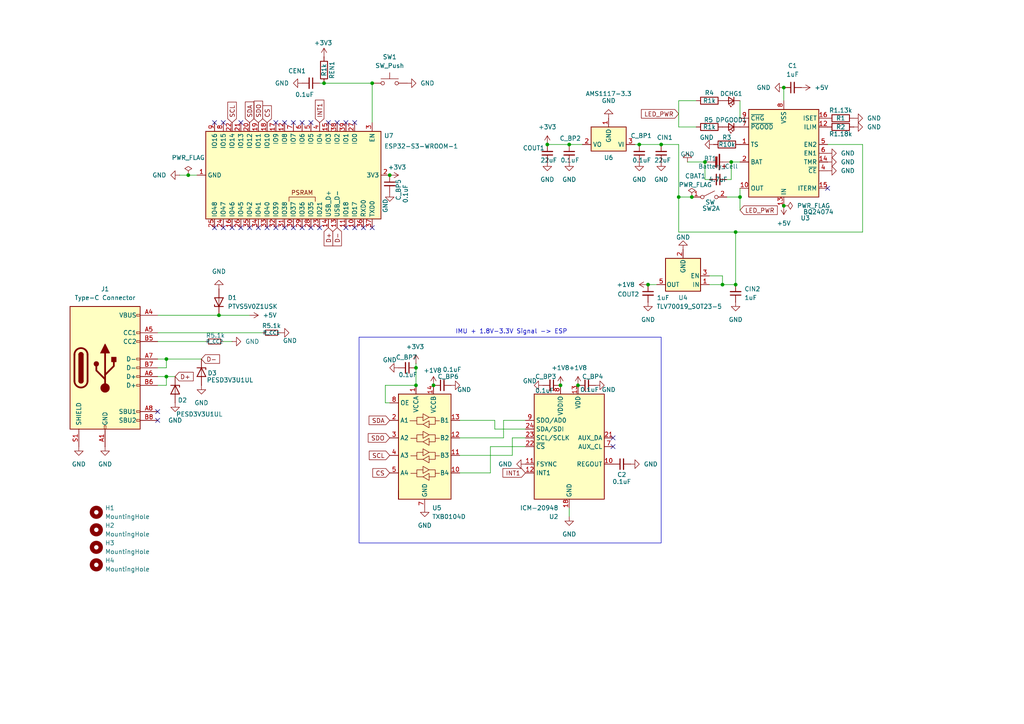
<source format=kicad_sch>
(kicad_sch (version 20250114) (generator "eeschema") (generator_version "9.0")
  (paper "A4")
  (lib_symbols
    (symbol "Battery_Management:BQ24074RGT"
      (property "Reference" "U" (at -8.89 13.97 0))
      (property "Value" "BQ24074RGT" (at 16.51 13.97 0))
      (symbol "BQ24074RGT_1_1"
        (pin input line (at -12.7 10.16 0) (length 2.54) (name "ITERM") (number "15"))
        (pin input line (at -12.7 5.08 0) (length 2.54) (name "~{CE}") (number "4"))
        (pin input line (at -12.7 2.54 0) (length 2.54) (name "TMR") (number "14"))
        (pin input line (at -12.7 0 0) (length 2.54) (name "EN1") (number "6"))
        (pin input line (at -12.7 -2.54 0) (length 2.54) (name "EN2") (number "5"))
        (pin passive line (at -12.7 -7.62 0) (length 2.54) (name "ILIM") (number "12"))
        (pin passive line (at -12.7 -10.16 0) (length 2.54) (name "ISET") (number "16"))
        (pin power_in line (at 0 15.24 270) (length 2.54) (name "IN") (number "13"))
        (pin passive line (at 0 -15.24 90) (length 2.54) (hide yes) (name "VSS") (number "17"))
        (pin power_in line (at 0 -15.24 90) (length 2.54) (name "VSS") (number "8"))
        (pin power_out line (at 12.7 10.16 180) (length 2.54) (name "OUT") (number "10"))
        (pin passive line (at 12.7 10.16 180) (length 2.54) (hide yes) (name "OUT") (number "11"))
        (pin power_out line (at 12.7 2.54 180) (length 2.54) (name "BAT") (number "2"))
        (pin passive line (at 12.7 2.54 180) (length 2.54) (hide yes) (name "BAT") (number "3"))
        (pin passive line (at 12.7 -2.54 180) (length 2.54) (name "TS") (number "1"))
        (pin open_collector line (at 12.7 -7.62 180) (length 2.54) (name "~{PGOOD}") (number "7"))
        (pin open_collector line (at 12.7 -10.16 180) (length 2.54) (name "~{CHG}") (number "9"))
      )
    )
    (symbol "Connector:USB_C_Receptacle_USB2.0_16P" (pin_names (offset 1.016))
      (property "Reference" "J" (at 0 22.225 0))
      (property "Value" "USB_C_Receptacle_USB2.0_16P" (at 0 19.685 0))
      (symbol "USB_C_Receptacle_USB2.0_16P_1_1"
        (pin passive line (at -7.62 -22.86 90) (length 5.08) (name "SHIELD") (number "S1"))
        (pin passive line (at 0 -22.86 90) (length 5.08) (name "GND") (number "A1"))
        (pin passive line (at 0 -22.86 90) (length 5.08) (hide yes) (name "GND") (number "A12"))
        (pin passive line (at 0 -22.86 90) (length 5.08) (hide yes) (name "GND") (number "B1"))
        (pin passive line (at 0 -22.86 90) (length 5.08) (hide yes) (name "GND") (number "B12"))
        (pin passive line (at 15.24 15.24 180) (length 5.08) (name "VBUS") (number "A4"))
        (pin passive line (at 15.24 15.24 180) (length 5.08) (hide yes) (name "VBUS") (number "A9"))
        (pin passive line (at 15.24 15.24 180) (length 5.08) (hide yes) (name "VBUS") (number "B4"))
        (pin passive line (at 15.24 15.24 180) (length 5.08) (hide yes) (name "VBUS") (number "B9"))
        (pin bidirectional line (at 15.24 10.16 180) (length 5.08) (name "CC1") (number "A5"))
        (pin bidirectional line (at 15.24 7.62 180) (length 5.08) (name "CC2") (number "B5"))
        (pin bidirectional line (at 15.24 2.54 180) (length 5.08) (name "D-") (number "A7"))
        (pin bidirectional line (at 15.24 0 180) (length 5.08) (name "D-") (number "B7"))
        (pin bidirectional line (at 15.24 -2.54 180) (length 5.08) (name "D+") (number "A6"))
        (pin bidirectional line (at 15.24 -5.08 180) (length 5.08) (name "D+") (number "B6"))
        (pin bidirectional line (at 15.24 -12.7 180) (length 5.08) (name "SBU1") (number "A8"))
        (pin bidirectional line (at 15.24 -15.24 180) (length 5.08) (name "SBU2") (number "B8"))
      )
    )
    (symbol "Device:Battery_Cell" (pin_numbers (hide yes)) (pin_names (offset 0) (hide yes))
      (property "Reference" "BT" (at 2.54 2.54 0))
      (property "Value" "Battery_Cell" (at 2.54 0 0))
      (symbol "Battery_Cell_1_1"
        (pin passive line (at 0 5.08 270) (length 2.54) (name "+") (number "1"))
        (pin passive line (at 0 -2.54 90) (length 2.54) (name "-") (number "2"))
      )
    )
    (symbol "Device:C_Small" (pin_numbers (hide yes)) (pin_names (offset 0.254) (hide yes))
      (property "Reference" "C" (at 0.254 1.778 0))
      (property "Value" "C_Small" (at 0.254 -2.032 0))
      (symbol "C_Small_1_1"
        (pin passive line (at 0 2.54 270) (length 2.032) (name "~") (number "1"))
        (pin passive line (at 0 -2.54 90) (length 2.032) (name "~") (number "2"))
      )
    )
    (symbol "Device:LED_Small" (pin_numbers (hide yes)) (pin_names (offset 0.254) (hide yes))
      (property "Reference" "D" (at -1.27 3.175 0))
      (property "Value" "LED_Small" (at -4.445 -2.54 0))
      (symbol "LED_Small_1_1"
        (pin passive line (at -2.54 0 0) (length 1.778) (name "K") (number "1"))
        (pin passive line (at 2.54 0 180) (length 1.778) (name "A") (number "2"))
      )
    )
    (symbol "Device:R" (pin_numbers (hide yes)) (pin_names (offset 0))
      (property "Reference" "R" (at 2.032 0 90))
      (property "Value" "R" (at 0 0 90))
      (symbol "R_1_1"
        (pin passive line (at 0 3.81 270) (length 1.27) (name "~") (number "1"))
        (pin passive line (at 0 -3.81 90) (length 1.27) (name "~") (number "2"))
      )
    )
    (symbol "Device:R_Small" (pin_numbers (hide yes)) (pin_names (offset 0.254) (hide yes))
      (property "Reference" "R" (at 0 0 90))
      (property "Value" "R_Small" (at 1.778 0 90))
      (symbol "R_Small_1_1"
        (pin passive line (at 0 2.54 270) (length 0.762) (name "~") (number "1"))
        (pin passive line (at 0 -2.54 90) (length 0.762) (name "~") (number "2"))
      )
    )
    (symbol "Diode:PESD3V3U1UL" (pin_numbers (hide yes)) (pin_names (hide yes))
      (property "Reference" "D" (at 0 2.54 0))
      (property "Value" "PESD3V3U1UL" (at 0 -2.54 0))
      (symbol "PESD3V3U1UL_1_1"
        (pin passive line (at -3.81 0 0) (length 2.54) (name "K") (number "1"))
        (pin passive line (at 3.81 0 180) (length 2.54) (name "A") (number "2"))
      )
    )
    (symbol "Diode:PTVS5V0Z1USK" (pin_numbers (hide yes)) (pin_names (hide yes))
      (property "Reference" "D" (at 0 2.54 0))
      (property "Value" "PTVS5V0Z1USK" (at 0 -2.54 0))
      (symbol "PTVS5V0Z1USK_1_1"
        (pin passive line (at -3.81 0 0) (length 2.54) (name "K") (number "1"))
        (pin passive line (at 3.81 0 180) (length 2.54) (name "A") (number "2"))
      )
    )
    (symbol "Logic_LevelTranslator:TXB0104D"
      (property "Reference" "U" (at -6.35 16.51 0))
      (property "Value" "TXB0104D" (at 3.81 16.51 0))
      (symbol "TXB0104D_1_1"
        (pin input line (at -10.16 12.7 0) (length 2.54) (name "OE") (number "8"))
        (pin bidirectional line (at -10.16 7.62 0) (length 2.54) (name "A1") (number "2"))
        (pin bidirectional line (at -10.16 2.54 0) (length 2.54) (name "A2") (number "3"))
        (pin bidirectional line (at -10.16 -2.54 0) (length 2.54) (name "A3") (number "4"))
        (pin bidirectional line (at -10.16 -7.62 0) (length 2.54) (name "A4") (number "5"))
        (pin no_connect line (at -7.62 -12.7 0) (length 2.54) (hide yes) (name "NC") (number "6"))
        (pin power_in line (at -2.54 17.78 270) (length 2.54) (name "VCCA") (number "1"))
        (pin power_in line (at 0 -17.78 90) (length 2.54) (name "GND") (number "7"))
        (pin power_in line (at 2.54 17.78 270) (length 2.54) (name "VCCB") (number "14"))
        (pin no_connect line (at 7.62 -12.7 180) (length 2.54) (hide yes) (name "NC") (number "9"))
        (pin bidirectional line (at 10.16 7.62 180) (length 2.54) (name "B1") (number "13"))
        (pin bidirectional line (at 10.16 2.54 180) (length 2.54) (name "B2") (number "12"))
        (pin bidirectional line (at 10.16 -2.54 180) (length 2.54) (name "B3") (number "11"))
        (pin bidirectional line (at 10.16 -7.62 180) (length 2.54) (name "B4") (number "10"))
      )
    )
    (symbol "Mechanical:MountingHole" (pin_names (offset 1.016)) (in_bom no)
      (property "Reference" "H" (at 0 5.08 0))
      (property "Value" "MountingHole" (at 0 3.175 0))
    )
    (symbol "RF_Module:ESP32-S3-WROOM-1"
      (property "Reference" "U" (at -12.7 26.67 0))
      (property "Value" "ESP32-S3-WROOM-1" (at 12.7 26.67 0))
      (symbol "ESP32-S3-WROOM-1_0_0"
        (text "PSRAM" (at 5.08 2.54 900) (effects (font (size 1.27 1.27))))
      )
      (symbol "ESP32-S3-WROOM-1_1_1"
        (pin input line (at -15.24 22.86 0) (length 2.54) (name "EN") (number "3"))
        (pin bidirectional line (at -15.24 17.78 0) (length 2.54) (name "IO0") (number "27"))
        (pin bidirectional line (at -15.24 15.24 0) (length 2.54) (name "IO1") (number "39"))
        (pin bidirectional line (at -15.24 12.7 0) (length 2.54) (name "IO2") (number "38"))
        (pin bidirectional line (at -15.24 10.16 0) (length 2.54) (name "IO3") (number "15"))
        (pin bidirectional line (at -15.24 7.62 0) (length 2.54) (name "IO4") (number "4"))
        (pin bidirectional line (at -15.24 5.08 0) (length 2.54) (name "IO5") (number "5"))
        (pin bidirectional line (at -15.24 2.54 0) (length 2.54) (name "IO6") (number "6"))
        (pin bidirectional line (at -15.24 0 0) (length 2.54) (name "IO7") (number "7"))
        (pin bidirectional line (at -15.24 -2.54 0) (length 2.54) (name "IO8") (number "12"))
        (pin bidirectional line (at -15.24 -5.08 0) (length 2.54) (name "IO9") (number "17"))
        (pin bidirectional line (at -15.24 -7.62 0) (length 2.54) (name "IO10") (number "18"))
        (pin bidirectional line (at -15.24 -10.16 0) (length 2.54) (name "IO11") (number "19"))
        (pin bidirectional line (at -15.24 -12.7 0) (length 2.54) (name "IO12") (number "20"))
        (pin bidirectional line (at -15.24 -15.24 0) (length 2.54) (name "IO13") (number "21"))
        (pin bidirectional line (at -15.24 -17.78 0) (length 2.54) (name "IO14") (number "22"))
        (pin bidirectional line (at -15.24 -20.32 0) (length 2.54) (name "IO15") (number "8"))
        (pin bidirectional line (at -15.24 -22.86 0) (length 2.54) (name "IO16") (number "9"))
        (pin power_in line (at 0 27.94 270) (length 2.54) (name "3V3") (number "2"))
        (pin power_in line (at 0 -27.94 90) (length 2.54) (name "GND") (number "1"))
        (pin passive line (at 0 -27.94 90) (length 2.54) (hide yes) (name "GND") (number "40"))
        (pin passive line (at 0 -27.94 90) (length 2.54) (hide yes) (name "GND") (number "41"))
        (pin bidirectional line (at 15.24 22.86 180) (length 2.54) (name "TXD0") (number "37"))
        (pin bidirectional line (at 15.24 20.32 180) (length 2.54) (name "RXD0") (number "36"))
        (pin bidirectional line (at 15.24 17.78 180) (length 2.54) (name "IO17") (number "10"))
        (pin bidirectional line (at 15.24 15.24 180) (length 2.54) (name "IO18") (number "11"))
        (pin bidirectional line (at 15.24 12.7 180) (length 2.54) (name "USB_D-") (number "13"))
        (pin bidirectional line (at 15.24 10.16 180) (length 2.54) (name "USB_D+") (number "14"))
        (pin bidirectional line (at 15.24 7.62 180) (length 2.54) (name "IO21") (number "23"))
        (pin bidirectional line (at 15.24 5.08 180) (length 2.54) (name "IO35") (number "28"))
        (pin bidirectional line (at 15.24 2.54 180) (length 2.54) (name "IO36") (number "29"))
        (pin bidirectional line (at 15.24 0 180) (length 2.54) (name "IO37") (number "30"))
        (pin bidirectional line (at 15.24 -2.54 180) (length 2.54) (name "IO38") (number "31"))
        (pin bidirectional line (at 15.24 -5.08 180) (length 2.54) (name "IO39") (number "32"))
        (pin bidirectional line (at 15.24 -7.62 180) (length 2.54) (name "IO40") (number "33"))
        (pin bidirectional line (at 15.24 -10.16 180) (length 2.54) (name "IO41") (number "34"))
        (pin bidirectional line (at 15.24 -12.7 180) (length 2.54) (name "IO42") (number "35"))
        (pin bidirectional line (at 15.24 -15.24 180) (length 2.54) (name "IO45") (number "26"))
        (pin bidirectional line (at 15.24 -17.78 180) (length 2.54) (name "IO46") (number "16"))
        (pin bidirectional line (at 15.24 -20.32 180) (length 2.54) (name "IO47") (number "24"))
        (pin bidirectional line (at 15.24 -22.86 180) (length 2.54) (name "IO48") (number "25"))
      )
    )
    (symbol "Regulator_Linear:AMS1117-3.3"
      (property "Reference" "U" (at -3.81 3.175 0))
      (property "Value" "AMS1117-3.3" (at 0 3.175 0))
      (symbol "AMS1117-3.3_1_1"
        (pin power_in line (at -7.62 0 0) (length 2.54) (name "VI") (number "3"))
        (pin power_in line (at 0 -7.62 90) (length 2.54) (name "GND") (number "1"))
        (pin power_out line (at 7.62 0 180) (length 2.54) (name "VO") (number "2"))
      )
    )
    (symbol "Regulator_Linear:TLV70019_SOT23-5" (pin_names (offset 0.254))
      (property "Reference" "U" (at -3.81 5.715 0))
      (property "Value" "TLV70019_SOT23-5" (at 0 5.715 0))
      (symbol "TLV70019_SOT23-5_1_1"
        (pin power_in line (at -7.62 2.54 0) (length 2.54) (name "IN") (number "1"))
        (pin input line (at -7.62 0 0) (length 2.54) (name "EN") (number "3"))
        (pin power_in line (at 0 -7.62 90) (length 2.54) (name "GND") (number "2"))
        (pin no_connect line (at 5.08 0 180) (length 2.54) (hide yes) (name "NC") (number "4"))
        (pin power_out line (at 7.62 2.54 180) (length 2.54) (name "OUT") (number "5"))
      )
    )
    (symbol "Sensor_Motion:ICM-20948"
      (property "Reference" "U" (at -11.43 16.51 0))
      (property "Value" "ICM-20948" (at 7.62 -16.51 0))
      (symbol "ICM-20948_1_1"
        (pin bidirectional line (at -12.7 7.62 0) (length 2.54) (name "SDO/AD0") (number "9"))
        (pin bidirectional line (at -12.7 5.08 0) (length 2.54) (name "SDA/SDI") (number "24"))
        (pin input line (at -12.7 2.54 0) (length 2.54) (name "SCL/SCLK") (number "23"))
        (pin input line (at -12.7 0 0) (length 2.54) (name "~{CS}") (number "22"))
        (pin input line (at -12.7 -5.08 0) (length 2.54) (name "FSYNC") (number "11"))
        (pin output line (at -12.7 -7.62 0) (length 2.54) (name "INT1") (number "12"))
        (pin no_connect line (at -10.16 12.7 0) (length 2.54) (hide yes) (name "NC") (number "1"))
        (pin no_connect line (at -10.16 10.16 0) (length 2.54) (hide yes) (name "NC") (number "2"))
        (pin no_connect line (at -10.16 -2.54 0) (length 2.54) (hide yes) (name "NC") (number "3"))
        (pin no_connect line (at -10.16 -10.16 0) (length 2.54) (hide yes) (name "NC") (number "4"))
        (pin no_connect line (at -10.16 -12.7 0) (length 2.54) (hide yes) (name "NC") (number "5"))
        (pin power_in line (at -2.54 17.78 270) (length 2.54) (name "VDDIO") (number "8"))
        (pin power_in line (at 0 -17.78 90) (length 2.54) (name "GND") (number "18"))
        (pin passive line (at 0 -17.78 90) (length 2.54) (hide yes) (name "GND") (number "20"))
        (pin power_in line (at 2.54 17.78 270) (length 2.54) (name "VDD") (number "13"))
        (pin no_connect line (at 10.16 10.16 180) (length 2.54) (hide yes) (name "NC") (number "6"))
        (pin no_connect line (at 10.16 7.62 180) (length 2.54) (hide yes) (name "NC") (number "14"))
        (pin no_connect line (at 10.16 5.08 180) (length 2.54) (hide yes) (name "NC") (number "15"))
        (pin no_connect line (at 10.16 -7.62 180) (length 2.54) (hide yes) (name "NC") (number "16"))
        (pin no_connect line (at 10.16 -10.16 180) (length 2.54) (hide yes) (name "NC") (number "17"))
        (pin no_connect line (at 10.16 -12.7 180) (length 2.54) (hide yes) (name "RESV") (number "19"))
        (pin bidirectional line (at 12.7 2.54 180) (length 2.54) (name "AUX_DA") (number "21"))
        (pin output line (at 12.7 0 180) (length 2.54) (name "AUX_CL") (number "7"))
        (pin passive line (at 12.7 -5.08 180) (length 2.54) (name "REGOUT") (number "10"))
      )
    )
    (symbol "Switch:SW_DPST_x2" (pin_names (offset 0) (hide yes))
      (property "Reference" "SW" (at 0 3.175 0))
      (property "Value" "SW_DPST_x2" (at 0 -2.54 0))
      (symbol "SW_DPST_x2_1_1"
        (pin passive line (at -5.08 0 0) (length 2.54) (name "A") (number "1"))
        (pin passive line (at 5.08 0 180) (length 2.54) (name "B") (number "2"))
      )
      (symbol "SW_DPST_x2_2_1"
        (pin passive line (at -5.08 0 0) (length 2.54) (name "A") (number "3"))
        (pin passive line (at 5.08 0 180) (length 2.54) (name "B") (number "4"))
      )
    )
    (symbol "Switch:SW_Push" (pin_numbers (hide yes)) (pin_names (offset 1.016) (hide yes))
      (property "Reference" "SW" (at 1.27 2.54 0))
      (property "Value" "SW_Push" (at 0 -1.524 0))
      (symbol "SW_Push_0_1"
        (pin passive line (at -5.08 0 0) (length 2.54) (name "1") (number "1"))
        (pin passive line (at 5.08 0 180) (length 2.54) (name "2") (number "2"))
      )
    )
    (symbol "power:+1V8" (power) (pin_numbers (hide yes)) (pin_names (offset 0) (hide yes))
      (property "Value" "+1V8" (at 0 3.556 0))
      (symbol "+1V8_1_1"
        (pin power_in line (at 0 0 90) (length 0) (name "~") (number "1"))
      )
    )
    (symbol "power:+3V3" (power) (pin_numbers (hide yes)) (pin_names (offset 0) (hide yes))
      (property "Value" "+3V3" (at 0 3.556 0))
      (symbol "+3V3_1_1"
        (pin power_in line (at 0 0 90) (length 0) (name "~") (number "1"))
      )
    )
    (symbol "power:+5V" (power) (pin_numbers (hide yes)) (pin_names (offset 0) (hide yes))
      (property "Value" "+5V" (at 0 3.556 0))
      (symbol "+5V_1_1"
        (pin power_in line (at 0 0 90) (length 0) (name "~") (number "1"))
      )
    )
    (symbol "power:GND" (power) (pin_numbers (hide yes)) (pin_names (offset 0) (hide yes))
      (property "Value" "GND" (at 0 -3.81 0))
      (symbol "GND_1_1"
        (pin power_in line (at 0 0 270) (length 0) (name "~") (number "1"))
      )
    )
    (symbol "power:PWR_FLAG" (power) (pin_numbers (hide yes)) (pin_names (offset 0) (hide yes))
      (property "Value" "PWR_FLAG" (at 0 3.81 0))
      (symbol "PWR_FLAG_0_0"
        (pin power_out line (at 0 0 90) (length 0) (name "~") (number "1"))
      )
    )
  )
  (rectangle (start 104.14 97.79) (end 191.77 157.48))
  (text "IMU + 1.8V-3.3V Signal -> ESP" (at 148.336 96.266 0) (effects (font (size 1.27 1.27))))
  (junction (at 165.1 41.91))
  (junction (at 48.26 104.14))
  (junction (at 213.36 67.31))
  (junction (at 187.96 82.55))
  (junction (at 196.85 57.15))
  (junction (at 120.65 111.76))
  (junction (at 212.09 46.99))
  (junction (at 200.66 57.15))
  (junction (at 209.55 82.55))
  (junction (at 125.73 111.76))
  (junction (at 213.36 82.55))
  (junction (at 158.75 41.91))
  (junction (at 107.95 24.13))
  (junction (at 120.65 106.68))
  (junction (at 113.03 50.8))
  (junction (at 167.64 111.76))
  (junction (at 54.61 50.8))
  (junction (at 93.98 24.13))
  (junction (at 185.42 41.91))
  (junction (at 214.63 57.15))
  (junction (at 63.5 91.44))
  (junction (at 191.77 41.91))
  (junction (at 162.56 111.76))
  (junction (at 227.33 59.69))
  (junction (at 204.47 46.99))
  (junction (at 227.33 25.4))
  (junction (at 48.26 109.22))
  (no_connect (at 107.95 66.04))
  (no_connect (at 177.8 127))
  (no_connect (at 72.39 66.04))
  (no_connect (at 69.85 66.04))
  (no_connect (at 105.41 66.04))
  (no_connect (at 62.23 66.04))
  (no_connect (at 102.87 66.04))
  (no_connect (at 45.72 121.92))
  (no_connect (at 95.25 35.56))
  (no_connect (at 45.72 119.38))
  (no_connect (at 100.33 66.04))
  (no_connect (at 92.71 66.04))
  (no_connect (at 87.63 66.04))
  (no_connect (at 90.17 35.56))
  (no_connect (at 80.01 66.04))
  (no_connect (at 64.77 66.04))
  (no_connect (at 240.03 54.61))
  (no_connect (at 87.63 35.56))
  (no_connect (at 64.77 35.56))
  (no_connect (at 97.79 35.56))
  (no_connect (at 90.17 66.04))
  (no_connect (at 85.09 66.04))
  (no_connect (at 80.01 35.56))
  (no_connect (at 67.31 66.04))
  (no_connect (at 77.47 66.04))
  (no_connect (at 82.55 35.56))
  (no_connect (at 74.93 66.04))
  (no_connect (at 102.87 35.56))
  (no_connect (at 62.23 35.56))
  (no_connect (at 82.55 66.04))
  (no_connect (at 100.33 35.56))
  (no_connect (at 69.85 35.56))
  (no_connect (at 85.09 35.56))
  (no_connect (at 177.8 129.54))
  (wire (pts (xy 196.85 67.31) (xy 213.36 67.31)))
  (wire (pts (xy 143.51 121.92) (xy 133.35 121.92)))
  (wire (pts (xy 146.05 127) (xy 133.35 127)))
  (wire (pts (xy 142.24 129.54) (xy 142.24 137.16)))
  (wire (pts (xy 111.76 111.76) (xy 120.65 111.76)))
  (wire (pts (xy 212.09 46.99) (xy 214.63 46.99)))
  (wire (pts (xy 214.63 57.15) (xy 214.63 54.61)))
  (wire (pts (xy 148.59 132.08) (xy 133.35 132.08)))
  (wire (pts (xy 214.63 29.21) (xy 214.63 34.29)))
  (wire (pts (xy 165.1 147.32) (xy 165.1 149.86)))
  (wire (pts (xy 205.74 80.01) (xy 209.55 80.01)))
  (wire (pts (xy 45.72 91.44) (xy 63.5 91.44)))
  (wire (pts (xy 196.85 36.83) (xy 201.93 36.83)))
  (wire (pts (xy 204.47 52.07) (xy 204.47 46.99)))
  (wire (pts (xy 227.33 25.4) (xy 227.33 29.21)))
  (wire (pts (xy 52.07 50.8) (xy 54.61 50.8)))
  (wire (pts (xy 45.72 106.68) (xy 48.26 106.68)))
  (wire (pts (xy 240.03 41.91) (xy 250.19 41.91)))
  (wire (pts (xy 146.05 121.92) (xy 152.4 121.92)))
  (wire (pts (xy 196.85 41.91) (xy 191.77 41.91)))
  (wire (pts (xy 92.71 24.13) (xy 93.98 24.13)))
  (wire (pts (xy 213.36 67.31) (xy 213.36 82.55)))
  (wire (pts (xy 185.42 41.91) (xy 184.15 41.91)))
  (wire (pts (xy 196.85 36.83) (xy 196.85 29.21)))
  (wire (pts (xy 205.74 82.55) (xy 209.55 82.55)))
  (wire (pts (xy 120.65 105.41) (xy 120.65 106.68)))
  (wire (pts (xy 212.09 52.07) (xy 212.09 46.99)))
  (wire (pts (xy 250.19 67.31) (xy 213.36 67.31)))
  (wire (pts (xy 48.26 104.14) (xy 58.42 104.14)))
  (wire (pts (xy 48.26 109.22) (xy 50.8 109.22)))
  (wire (pts (xy 48.26 111.76) (xy 48.26 109.22)))
  (wire (pts (xy 214.63 57.15) (xy 214.63 60.96)))
  (wire (pts (xy 107.95 24.13) (xy 107.95 35.56)))
  (wire (pts (xy 212.09 52.07) (xy 210.82 52.07)))
  (wire (pts (xy 209.55 80.01) (xy 209.55 82.55)))
  (wire (pts (xy 250.19 41.91) (xy 250.19 67.31)))
  (wire (pts (xy 191.77 41.91) (xy 185.42 41.91)))
  (wire (pts (xy 45.72 111.76) (xy 48.26 111.76)))
  (wire (pts (xy 152.4 124.46) (xy 143.51 124.46)))
  (wire (pts (xy 45.72 99.06) (xy 59.69 99.06)))
  (wire (pts (xy 93.98 24.13) (xy 107.95 24.13)))
  (wire (pts (xy 45.72 109.22) (xy 48.26 109.22)))
  (wire (pts (xy 142.24 137.16) (xy 133.35 137.16)))
  (wire (pts (xy 210.82 57.15) (xy 214.63 57.15)))
  (wire (pts (xy 45.72 104.14) (xy 48.26 104.14)))
  (wire (pts (xy 204.47 52.07) (xy 205.74 52.07)))
  (wire (pts (xy 196.85 29.21) (xy 201.93 29.21)))
  (wire (pts (xy 158.75 41.91) (xy 165.1 41.91)))
  (wire (pts (xy 148.59 127) (xy 152.4 127)))
  (wire (pts (xy 148.59 127) (xy 148.59 132.08)))
  (wire (pts (xy 54.61 50.8) (xy 57.15 50.8)))
  (wire (pts (xy 111.76 116.84) (xy 111.76 111.76)))
  (wire (pts (xy 152.4 129.54) (xy 142.24 129.54)))
  (wire (pts (xy 67.31 99.06) (xy 64.77 99.06)))
  (wire (pts (xy 45.72 96.52) (xy 76.2 96.52)))
  (wire (pts (xy 204.47 46.99) (xy 199.39 46.99)))
  (wire (pts (xy 196.85 41.91) (xy 196.85 57.15)))
  (wire (pts (xy 146.05 121.92) (xy 146.05 127)))
  (wire (pts (xy 143.51 124.46) (xy 143.51 121.92)))
  (wire (pts (xy 48.26 106.68) (xy 48.26 104.14)))
  (wire (pts (xy 120.65 106.68) (xy 120.65 111.76)))
  (wire (pts (xy 187.96 82.55) (xy 190.5 82.55)))
  (wire (pts (xy 196.85 57.15) (xy 200.66 57.15)))
  (wire (pts (xy 113.03 116.84) (xy 111.76 116.84)))
  (wire (pts (xy 209.55 82.55) (xy 213.36 82.55)))
  (wire (pts (xy 196.85 57.15) (xy 196.85 67.31)))
  (wire (pts (xy 168.91 41.91) (xy 165.1 41.91)))
  (wire (pts (xy 63.5 91.44) (xy 72.39 91.44)))
  (global_label "SCL" (shape input) (at 67.31 35.56 90) (property "Intersheetrefs" "${INTERSHEET_REFS}" (effects (hide yes))))
  (global_label "D-" (shape input) (at 97.79 66.04 270) (property "Intersheetrefs" "${INTERSHEET_REFS}" (effects (hide yes))))
  (global_label "INT1" (shape input) (at 92.71 35.56 90) (property "Intersheetrefs" "${INTERSHEET_REFS}" (effects (hide yes))))
  (global_label "SCL" (shape input) (at 113.03 132.08 180) (property "Intersheetrefs" "${INTERSHEET_REFS}" (effects (hide yes))))
  (global_label "D-" (shape input) (at 58.42 104.14 0) (property "Intersheetrefs" "${INTERSHEET_REFS}" (effects (hide yes))))
  (global_label "CS" (shape input) (at 77.47 35.56 90) (property "Intersheetrefs" "${INTERSHEET_REFS}" (effects (hide yes))))
  (global_label "INT1" (shape input) (at 152.4 137.16 180) (property "Intersheetrefs" "${INTERSHEET_REFS}" (effects (hide yes))))
  (global_label "SDA" (shape input) (at 72.39 35.56 90) (property "Intersheetrefs" "${INTERSHEET_REFS}" (effects (hide yes))))
  (global_label "LED_PWR" (shape input) (at 196.85 33.02 180) (property "Intersheetrefs" "${INTERSHEET_REFS}" (effects (hide yes))))
  (global_label "CS" (shape input) (at 113.03 137.16 180) (property "Intersheetrefs" "${INTERSHEET_REFS}" (effects (hide yes))))
  (global_label "SDO" (shape input) (at 74.93 35.56 90) (property "Intersheetrefs" "${INTERSHEET_REFS}" (effects (hide yes))))
  (global_label "D+" (shape input) (at 50.8 109.22 0) (property "Intersheetrefs" "${INTERSHEET_REFS}" (effects (hide yes))))
  (global_label "SDA" (shape input) (at 113.03 121.92 180) (property "Intersheetrefs" "${INTERSHEET_REFS}" (effects (hide yes))))
  (global_label "D+" (shape input) (at 95.25 66.04 270) (property "Intersheetrefs" "${INTERSHEET_REFS}" (effects (hide yes))))
  (global_label "SDO" (shape input) (at 113.03 127 180) (property "Intersheetrefs" "${INTERSHEET_REFS}" (effects (hide yes))))
  (global_label "LED_PWR" (shape input) (at 214.63 60.96 0) (property "Intersheetrefs" "${INTERSHEET_REFS}" (effects (hide yes))))
  (symbol (lib_id "Device:C_Small") (at 191.77 44.45 180) (unit 1)
    (property "Reference" "CIN1" (at 190.5 39.878 0) (effects (justify right)))
    (property "Value" "22uF" (at 189.738 46.482 0) (effects (justify right)))
    (property "Footprint" "Capacitor_SMD:C_0603_1608Metric" (effects (hide yes)))
    (property "Description" "Unpolarized capacitor, small symbol" (effects (hide yes)))
  )
  (symbol (lib_id "Mechanical:MountingHole") (at 27.94 158.75 0) (unit 1) (in_bom no)
    (property "Reference" "H3" (at 30.48 157.4799 0) (effects (justify left)))
    (property "Value" "MountingHole" (at 30.48 160.0199 0) (effects (justify left)))
    (property "Footprint" "MountingHole:MountingHole_2.2mm_M2" (effects (hide yes)))
    (property "Description" "Mounting Hole without connection" (effects (hide yes)))
  )
  (symbol (lib_id "power:GND") (at 87.63 24.13 270) (unit 1)
    (property "Reference" "#PWR045" (effects (hide yes)))
    (property "Value" "GND" (at 83.82 24.1299 90) (effects (justify right)))
    (property "Description" "Power symbol creates a global label with name \"GND\" , ground" (effects (hide yes)))
  )
  (symbol (lib_id "Logic_LevelTranslator:TXB0104D") (at 123.19 129.54 0) (unit 1)
    (property "Reference" "U5" (at 125.3333 147.32 0) (effects (justify left)))
    (property "Value" "TXB0104D" (at 125.3333 149.86 0) (effects (justify left)))
    (property "Footprint" "Package_SO:SOIC-14_3.9x8.7mm_P1.27mm" (effects (hide yes)))
    (property "Datasheet" "http://www.ti.com/lit/ds/symlink/txb0104.pdf" (effects (hide yes)))
    (property "Description" "4-Bit Bidirectional Voltage-Level Translator, Auto Direction Sensing and ±15-kV ESD Protection, 1.2 - 3.6V APort, 1.65 - 5.5V BPort, SOIC-14" (effects (hide yes)))
  )
  (symbol (lib_id "power:GND") (at 115.57 106.68 270) (unit 1)
    (property "Reference" "#PWR043" (effects (hide yes)))
    (property "Value" "GND" (at 113.03 104.394 90))
    (property "Description" "Power symbol creates a global label with name \"GND\" , ground" (effects (hide yes)))
  )
  (symbol (lib_id "Device:C_Small") (at 180.34 134.62 90) (unit 1)
    (property "Reference" "C2" (at 180.34 137.668 90))
    (property "Value" "0.1uF" (at 180.34 139.7 90))
    (property "Footprint" "Capacitor_SMD:C_0603_1608Metric" (effects (hide yes)))
    (property "Description" "Unpolarized capacitor, small symbol" (effects (hide yes)))
  )
  (symbol (lib_id "power:+1V8") (at 187.96 82.55 90) (unit 1)
    (property "Reference" "#PWR032" (effects (hide yes)))
    (property "Value" "+1V8" (at 184.15 82.5499 90) (effects (justify left)))
    (property "Description" "Power symbol creates a global label with name \"+1V8\"" (effects (hide yes)))
  )
  (symbol (lib_id "Device:C_Small") (at 208.28 52.07 270) (unit 1)
    (property "Reference" "CBAT1" (at 201.676 51.054 90))
    (property "Value" "4.7uF" (at 208.28 52.07 90))
    (property "Footprint" "Capacitor_SMD:C_0603_1608Metric" (effects (hide yes)))
    (property "Description" "Unpolarized capacitor, small symbol" (effects (hide yes)))
  )
  (symbol (lib_id "power:GND") (at 185.42 46.99 0) (unit 1)
    (property "Reference" "#PWR028" (effects (hide yes)))
    (property "Value" "GND" (at 185.42 52.07 0))
    (property "Description" "Power symbol creates a global label with name \"GND\" , ground" (effects (hide yes)))
  )
  (symbol (lib_id "power:PWR_FLAG") (at 227.33 59.69 270) (unit 1)
    (property "Reference" "#FLG01" (effects (hide yes)))
    (property "Value" "PWR_FLAG" (at 231.14 59.6899 90) (effects (justify left)))
    (property "Description" "Special symbol for telling ERC where power comes from" (effects (hide yes)))
  )
  (symbol (lib_id "power:GND") (at 240.03 49.53 90) (unit 1)
    (property "Reference" "#PWR014" (effects (hide yes)))
    (property "Value" "GND" (at 243.84 49.5299 90) (effects (justify right)))
    (property "Description" "Power symbol creates a global label with name \"GND\" , ground" (effects (hide yes)))
  )
  (symbol (lib_id "Device:C_Small") (at 170.18 111.76 90) (unit 1)
    (property "Reference" "C_BP4" (at 175.006 109.22 90) (effects (justify left)))
    (property "Value" "0.1uF" (at 173.736 113.03 90) (effects (justify left)))
    (property "Footprint" "Capacitor_SMD:C_0603_1608Metric" (effects (hide yes)))
    (property "Description" "Unpolarized capacitor, small symbol" (effects (hide yes)))
  )
  (symbol (lib_id "power:GND") (at 227.33 25.4 270) (unit 1)
    (property "Reference" "#PWR07" (effects (hide yes)))
    (property "Value" "GND" (at 223.52 25.3999 90) (effects (justify right)))
    (property "Description" "Power symbol creates a global label with name \"GND\" , ground" (effects (hide yes)))
  )
  (symbol (lib_id "power:GND") (at 30.48 129.54 0) (unit 1)
    (property "Reference" "#PWR020" (effects (hide yes)))
    (property "Value" "GND" (at 30.48 134.62 0))
    (property "Description" "Power symbol creates a global label with name \"GND\" , ground" (effects (hide yes)))
  )
  (symbol (lib_id "Device:R") (at 243.84 36.83 90) (unit 1)
    (property "Reference" "R2" (at 243.84 36.83 90))
    (property "Value" "R1.18k" (at 243.84 38.862 90))
    (property "Footprint" "Resistor_SMD:R_0603_1608Metric" (effects (hide yes)))
    (property "Description" "Resistor" (effects (hide yes)))
  )
  (symbol (lib_id "power:+3V3") (at 93.98 16.51 0) (unit 1)
    (property "Reference" "#PWR037" (effects (hide yes)))
    (property "Value" "+3V3" (at 93.726 12.446 0))
    (property "Description" "Power symbol creates a global label with name \"+3V3\"" (effects (hide yes)))
  )
  (symbol (lib_id "Device:R") (at 93.98 20.32 180) (unit 1)
    (property "Reference" "REN1" (at 96.266 20.32 90))
    (property "Value" "R1k" (at 93.98 20.32 90))
    (property "Footprint" "Resistor_SMD:R_0603_1608Metric" (effects (hide yes)))
    (property "Description" "Resistor" (effects (hide yes)))
  )
  (symbol (lib_id "power:GND") (at 22.86 129.54 0) (unit 1)
    (property "Reference" "#PWR019" (effects (hide yes)))
    (property "Value" "GND" (at 22.86 134.62 0))
    (property "Description" "Power symbol creates a global label with name \"GND\" , ground" (effects (hide yes)))
  )
  (symbol (lib_id "Diode:PTVS5V0Z1USK") (at 63.5 87.63 90) (unit 1)
    (property "Reference" "D1" (at 66.04 86.3599 90) (effects (justify right)))
    (property "Value" "PTVS5V0Z1USK" (at 66.04 88.8999 90) (effects (justify right)))
    (property "Footprint" "Diode_SMD:Nexperia_DSN1608-2_1.6x0.8mm" (effects (hide yes)))
    (property "Datasheet" "https://assets.nexperia.com/documents/data-sheet/PTVS5V0Z1USK.pdf" (effects (hide yes)))
    (property "Description" "5V, 1200W TVS unidirectional diode, DSN1608-2" (effects (hide yes)))
  )
  (symbol (lib_id "power:+3V3") (at 120.65 105.41 0) (unit 1)
    (property "Reference" "#PWR039" (effects (hide yes)))
    (property "Value" "+3V3" (at 120.396 100.584 0))
    (property "Description" "Power symbol creates a global label with name \"+3V3\"" (effects (hide yes)))
  )
  (symbol (lib_id "power:+5V") (at 232.41 25.4 270) (unit 1)
    (property "Reference" "#PWR08" (effects (hide yes)))
    (property "Value" "+5V" (at 236.22 25.3999 90) (effects (justify left)))
    (property "Description" "Power symbol creates a global label with name \"+5V\"" (effects (hide yes)))
  )
  (symbol (lib_id "Mechanical:MountingHole") (at 27.94 148.59 0) (unit 1) (in_bom no)
    (property "Reference" "H1" (at 30.48 147.3199 0) (effects (justify left)))
    (property "Value" "MountingHole" (at 30.48 149.8599 0) (effects (justify left)))
    (property "Footprint" "MountingHole:MountingHole_2.2mm_M2" (effects (hide yes)))
    (property "Description" "Mounting Hole without connection" (effects (hide yes)))
  )
  (symbol (lib_id "power:GND") (at 118.11 24.13 90) (unit 1)
    (property "Reference" "#PWR046" (effects (hide yes)))
    (property "Value" "GND" (at 121.92 24.1299 90) (effects (justify right)))
    (property "Description" "Power symbol creates a global label with name \"GND\" , ground" (effects (hide yes)))
  )
  (symbol (lib_id "power:GND") (at 113.03 55.88 0) (unit 1)
    (property "Reference" "#PWR041" (effects (hide yes)))
    (property "Value" "GND" (at 111.76 59.69 90))
    (property "Description" "Power symbol creates a global label with name \"GND\" , ground" (effects (hide yes)))
  )
  (symbol (lib_id "power:GND") (at 176.53 34.29 180) (unit 1)
    (property "Reference" "#PWR06" (effects (hide yes)))
    (property "Value" "GND" (at 176.53 29.21 0))
    (property "Description" "Power symbol creates a global label with name \"GND\" , ground" (effects (hide yes)))
  )
  (symbol (lib_id "Device:C_Small") (at 213.36 85.09 180) (unit 1)
    (property "Reference" "CIN2" (at 215.9 83.8135 0) (effects (justify right)))
    (property "Value" "1uF" (at 215.9 86.3535 0) (effects (justify right)))
    (property "Footprint" "Capacitor_SMD:C_0603_1608Metric" (effects (hide yes)))
    (property "Description" "Unpolarized capacitor, small symbol" (effects (hide yes)))
  )
  (symbol (lib_id "Device:C_Small") (at 160.02 111.76 270) (unit 1)
    (property "Reference" "C_BP3" (at 155.194 109.22 90) (effects (justify left)))
    (property "Value" "0.1uF" (at 155.194 113.284 90) (effects (justify left)))
    (property "Footprint" "Capacitor_SMD:C_0603_1608Metric" (effects (hide yes)))
    (property "Description" "Unpolarized capacitor, small symbol" (effects (hide yes)))
  )
  (symbol (lib_id "power:GND") (at 158.75 46.99 0) (unit 1)
    (property "Reference" "#PWR030" (effects (hide yes)))
    (property "Value" "GND" (at 158.75 52.07 0))
    (property "Description" "Power symbol creates a global label with name \"GND\" , ground" (effects (hide yes)))
  )
  (symbol (lib_id "Device:C_Small") (at 128.27 111.76 90) (unit 1)
    (property "Reference" "C_BP6" (at 133.096 109.22 90) (effects (justify left)))
    (property "Value" "0.1uF" (at 133.858 107.188 90) (effects (justify left)))
    (property "Footprint" "Capacitor_SMD:C_0603_1608Metric" (effects (hide yes)))
    (property "Description" "Unpolarized capacitor, small symbol" (effects (hide yes)))
  )
  (symbol (lib_id "Regulator_Linear:TLV70019_SOT23-5") (at 198.12 80.01 180) (unit 1)
    (property "Reference" "U4" (at 198.12 86.36 0))
    (property "Value" "TLV70019_SOT23-5" (at 199.898 88.9 0))
    (property "Footprint" "Package_TO_SOT_SMD:SOT-23-5" (effects (hide yes)))
    (property "Datasheet" "http://www.ti.com/lit/ds/symlink/tlv700.pdf" (effects (hide yes)))
    (property "Description" "200mA Low Dropout Voltage Regulator, Fixed Output 1.9V, SOT-23-5" (effects (hide yes)))
  )
  (symbol (lib_id "power:GND") (at 152.4 134.62 270) (unit 1)
    (property "Reference" "#PWR018" (effects (hide yes)))
    (property "Value" "GND" (at 148.59 134.6199 90) (effects (justify right)))
    (property "Description" "Power symbol creates a global label with name \"GND\" , ground" (effects (hide yes)))
  )
  (symbol (lib_id "Sensor_Motion:ICM-20948") (at 165.1 129.54 0) (unit 1)
    (property "Reference" "U2" (at 161.9819 149.86 0) (effects (justify right)))
    (property "Value" "ICM-20948" (at 161.9819 147.32 0) (effects (justify right)))
    (property "Footprint" "Sensor_Motion:InvenSense_QFN-24_3x3mm_P0.4mm" (effects (hide yes)))
    (property "Datasheet" "http://www.invensense.com/wp-content/uploads/2016/06/DS-000189-ICM-20948-v1.3.pdf" (effects (hide yes)))
    (property "Description" "InvenSense 9-Axis Motion Sensor, Accelerometer, Gyroscope, Compass, I2C/SPI, QFN-24" (effects (hide yes)))
  )
  (symbol (lib_id "power:+3V3") (at 158.75 41.91 0) (unit 1)
    (property "Reference" "#PWR040" (effects (hide yes)))
    (property "Value" "+3V3" (at 158.75 36.83 0))
    (property "Description" "Power symbol creates a global label with name \"+3V3\"" (effects (hide yes)))
  )
  (symbol (lib_id "RF_Module:ESP32-S3-WROOM-1") (at 85.09 50.8 270) (unit 1)
    (property "Reference" "U7" (at 112.776 39.37 90))
    (property "Value" "ESP32-S3-WROOM-1" (at 122.174 42.418 90))
    (property "Footprint" "RF_Module:ESP32-S3-WROOM-1" (effects (hide yes)))
    (property "Datasheet" "https://www.espressif.com/sites/default/files/documentation/esp32-s3-wroom-1_wroom-1u_datasheet_en.pdf" (effects (hide yes)))
    (property "Description" "RF Module, ESP32-S3 SoC, Wi-Fi 802.11b/g/n, Bluetooth, BLE, 32-bit, 3.3V, onboard antenna, SMD" (effects (hide yes)))
  )
  (symbol (lib_id "Device:C_Small") (at 118.11 106.68 270) (unit 1)
    (property "Reference" "C_BP7" (at 114.808 103.632 90) (effects (justify left)))
    (property "Value" "0.1uF" (at 115.57 108.712 90) (effects (justify left)))
    (property "Footprint" "Capacitor_SMD:C_0603_1608Metric" (effects (hide yes)))
    (property "Description" "Unpolarized capacitor, small symbol" (effects (hide yes)))
  )
  (symbol (lib_id "power:GND") (at 207.01 41.91 270) (unit 1)
    (property "Reference" "#PWR031" (effects (hide yes)))
    (property "Value" "GND" (at 207.01 39.878 90) (effects (justify right)))
    (property "Description" "Power symbol creates a global label with name \"GND\" , ground" (effects (hide yes)))
  )
  (symbol (lib_id "power:GND") (at 187.96 87.63 0) (unit 1)
    (property "Reference" "#PWR010" (effects (hide yes)))
    (property "Value" "GND" (at 187.96 92.71 0))
    (property "Description" "Power symbol creates a global label with name \"GND\" , ground" (effects (hide yes)))
  )
  (symbol (lib_id "power:PWR_FLAG") (at 54.61 50.8 0) (unit 1)
    (property "Reference" "#FLG02" (effects (hide yes)))
    (property "Value" "PWR_FLAG" (at 54.61 45.72 0))
    (property "Description" "Special symbol for telling ERC where power comes from" (effects (hide yes)))
  )
  (symbol (lib_id "power:GND") (at 165.1 149.86 0) (unit 1)
    (property "Reference" "#PWR02" (effects (hide yes)))
    (property "Value" "GND" (at 165.1 154.94 0))
    (property "Description" "Power symbol creates a global label with name \"GND\" , ground" (effects (hide yes)))
  )
  (symbol (lib_id "power:GND") (at 50.8 116.84 0) (unit 1)
    (property "Reference" "#PWR025" (effects (hide yes)))
    (property "Value" "GND" (at 50.8 121.92 0))
    (property "Description" "Power symbol creates a global label with name \"GND\" , ground" (effects (hide yes)))
  )
  (symbol (lib_id "power:GND") (at 198.12 72.39 180) (unit 1)
    (property "Reference" "#PWR09" (effects (hide yes)))
    (property "Value" "GND" (at 198.12 68.834 0))
    (property "Description" "Power symbol creates a global label with name \"GND\" , ground" (effects (hide yes)))
  )
  (symbol (lib_id "Device:C_Small") (at 165.1 44.45 0) (unit 1)
    (property "Reference" "C_BP2" (at 162.306 40.132 0) (effects (justify left)))
    (property "Value" "0.1uF" (at 162.56 46.482 0) (effects (justify left)))
    (property "Footprint" "Capacitor_SMD:C_0603_1608Metric" (effects (hide yes)))
    (property "Description" "Unpolarized capacitor, small symbol" (effects (hide yes)))
  )
  (symbol (lib_id "power:GND") (at 182.88 134.62 90) (unit 1)
    (property "Reference" "#PWR017" (effects (hide yes)))
    (property "Value" "GND" (at 186.69 134.6199 90) (effects (justify right)))
    (property "Description" "Power symbol creates a global label with name \"GND\" , ground" (effects (hide yes)))
  )
  (symbol (lib_id "power:GND") (at 240.03 46.99 90) (unit 1)
    (property "Reference" "#PWR013" (effects (hide yes)))
    (property "Value" "GND" (at 243.84 46.9899 90) (effects (justify right)))
    (property "Description" "Power symbol creates a global label with name \"GND\" , ground" (effects (hide yes)))
  )
  (symbol (lib_id "power:GND") (at 247.65 36.83 90) (unit 1)
    (property "Reference" "#PWR04" (effects (hide yes)))
    (property "Value" "GND" (at 251.46 36.8299 90) (effects (justify right)))
    (property "Description" "Power symbol creates a global label with name \"GND\" , ground" (effects (hide yes)))
  )
  (symbol (lib_id "power:GND") (at 172.72 111.76 90) (unit 1)
    (property "Reference" "#PWR036" (effects (hide yes)))
    (property "Value" "GND" (at 176.53 113.03 90))
    (property "Description" "Power symbol creates a global label with name \"GND\" , ground" (effects (hide yes)))
  )
  (symbol (lib_id "power:+5V") (at 72.39 91.44 270) (unit 1)
    (property "Reference" "#PWR021" (effects (hide yes)))
    (property "Value" "+5V" (at 76.2 91.4399 90) (effects (justify left)))
    (property "Description" "Power symbol creates a global label with name \"+5V\"" (effects (hide yes)))
  )
  (symbol (lib_id "Device:C_Small") (at 187.96 85.09 0) (unit 1)
    (property "Reference" "COUT2" (at 179.07 85.344 0) (effects (justify left)))
    (property "Value" "1uF" (at 190.5 86.3662 0) (effects (justify left)))
    (property "Footprint" "Capacitor_SMD:C_0603_1608Metric" (effects (hide yes)))
    (property "Description" "Unpolarized capacitor, small symbol" (effects (hide yes)))
  )
  (symbol (lib_id "power:GND") (at 157.48 111.76 270) (unit 1)
    (property "Reference" "#PWR042" (effects (hide yes)))
    (property "Value" "GND" (at 153.67 110.49 90))
    (property "Description" "Power symbol creates a global label with name \"GND\" , ground" (effects (hide yes)))
  )
  (symbol (lib_id "Diode:PESD3V3U1UL") (at 58.42 107.95 270) (unit 1)
    (property "Reference" "D3" (at 60.198 108.204 90) (effects (justify left)))
    (property "Value" "PESD3V3U1UL" (at 59.944 110.236 90) (effects (justify left)))
    (property "Footprint" "Diode_SMD:D_SOD-882" (effects (hide yes)))
    (property "Datasheet" "https://assets.nexperia.com/documents/data-sheet/PESD3V3U1UL.pdf" (effects (hide yes)))
    (property "Description" "Ultra low capacitance unidirectional ESD protection diode, 3.3V, SOD-882" (effects (hide yes)))
  )
  (symbol (lib_id "power:+1V8") (at 162.56 111.76 0) (unit 1)
    (property "Reference" "#PWR034" (effects (hide yes)))
    (property "Value" "+1V8" (at 162.56 106.68 0))
    (property "Description" "Power symbol creates a global label with name \"+1V8\"" (effects (hide yes)))
  )
  (symbol (lib_id "power:GND") (at 67.31 99.06 90) (unit 1)
    (property "Reference" "#PWR026" (effects (hide yes)))
    (property "Value" "GND" (at 71.12 99.0599 90) (effects (justify right)))
    (property "Description" "Power symbol creates a global label with name \"GND\" , ground" (effects (hide yes)))
  )
  (symbol (lib_id "power:PWR_FLAG") (at 200.66 57.15 0) (unit 1)
    (property "Reference" "#FLG03" (effects (hide yes)))
    (property "Value" "PWR_FLAG" (at 201.676 53.594 0))
    (property "Description" "Special symbol for telling ERC where power comes from" (effects (hide yes)))
  )
  (symbol (lib_id "Device:C_Small") (at 185.42 44.45 180) (unit 1)
    (property "Reference" "C_BP1" (at 182.88 39.37 0) (effects (justify right)))
    (property "Value" "0.1uF" (at 183.388 46.482 0) (effects (justify right)))
    (property "Footprint" "Capacitor_SMD:C_0603_1608Metric" (effects (hide yes)))
    (property "Description" "Unpolarized capacitor, small symbol" (effects (hide yes)))
  )
  (symbol (lib_id "power:GND") (at 123.19 147.32 0) (unit 1)
    (property "Reference" "#PWR027" (effects (hide yes)))
    (property "Value" "GND" (at 123.19 152.4 0))
    (property "Description" "Power symbol creates a global label with name \"GND\" , ground" (effects (hide yes)))
  )
  (symbol (lib_id "Device:R") (at 243.84 34.29 90) (unit 1)
    (property "Reference" "R1" (at 243.84 34.29 90))
    (property "Value" "R1.13k" (at 243.84 32.004 90))
    (property "Footprint" "Resistor_SMD:R_0603_1608Metric" (effects (hide yes)))
    (property "Description" "Resistor" (effects (hide yes)))
  )
  (symbol (lib_id "power:+1V8") (at 167.64 111.76 0) (unit 1)
    (property "Reference" "#PWR033" (effects (hide yes)))
    (property "Value" "+1V8" (at 167.64 106.68 0))
    (property "Description" "Power symbol creates a global label with name \"+1V8\"" (effects (hide yes)))
  )
  (symbol (lib_id "power:+1V8") (at 125.73 111.76 0) (unit 1)
    (property "Reference" "#PWR035" (effects (hide yes)))
    (property "Value" "+1V8" (at 125.476 107.442 0))
    (property "Description" "Power symbol creates a global label with name \"+1V8\"" (effects (hide yes)))
  )
  (symbol (lib_id "Regulator_Linear:AMS1117-3.3") (at 176.53 41.91 180) (unit 1)
    (property "Reference" "U6" (at 176.53 45.72 0))
    (property "Value" "AMS1117-3.3" (at 176.53 27.178 0))
    (property "Footprint" "Package_TO_SOT_SMD:SOT-223-3_TabPin2" (effects (hide yes)))
    (property "Datasheet" "http://www.advanced-monolithic.com/pdf/ds1117.pdf" (effects (hide yes)))
    (property "Description" "1A Low Dropout regulator, positive, 3.3V fixed output, SOT-223" (effects (hide yes)))
  )
  (symbol (lib_id "power:GND") (at 165.1 46.99 0) (unit 1)
    (property "Reference" "#PWR016" (effects (hide yes)))
    (property "Value" "GND" (at 165.1 52.07 0))
    (property "Description" "Power symbol creates a global label with name \"GND\" , ground" (effects (hide yes)))
  )
  (symbol (lib_id "Device:R") (at 205.74 36.83 90) (unit 1)
    (property "Reference" "R5" (at 205.486 34.798 90))
    (property "Value" "R1k" (at 205.74 36.83 90))
    (property "Footprint" "Resistor_SMD:R_0603_1608Metric" (effects (hide yes)))
    (property "Description" "Resistor" (effects (hide yes)))
  )
  (symbol (lib_id "Device:R") (at 205.74 29.21 90) (unit 1)
    (property "Reference" "R4" (at 205.74 26.924 90))
    (property "Value" "R1k" (at 205.74 29.21 90))
    (property "Footprint" "Resistor_SMD:R_0603_1608Metric" (effects (hide yes)))
    (property "Description" "Resistor" (effects (hide yes)))
  )
  (symbol (lib_id "power:GND") (at 58.42 111.76 0) (unit 1)
    (property "Reference" "#PWR024" (effects (hide yes)))
    (property "Value" "GND" (at 58.42 116.84 0))
    (property "Description" "Power symbol creates a global label with name \"GND\" , ground" (effects (hide yes)))
  )
  (symbol (lib_id "Diode:PESD3V3U1UL") (at 50.8 113.03 270) (unit 1)
    (property "Reference" "D2" (at 51.562 116.078 90) (effects (justify left)))
    (property "Value" "PESD3V3U1UL" (at 51.054 120.142 90) (effects (justify left)))
    (property "Footprint" "Diode_SMD:D_SOD-882" (effects (hide yes)))
    (property "Datasheet" "https://assets.nexperia.com/documents/data-sheet/PESD3V3U1UL.pdf" (effects (hide yes)))
    (property "Description" "Ultra low capacitance unidirectional ESD protection diode, 3.3V, SOD-882" (effects (hide yes)))
  )
  (symbol (lib_id "Switch:SW_DPST_x2") (at 205.74 57.15 0) (unit 1)
    (property "Reference" "SW2" (at 206.248 60.452 0))
    (property "Value" "SW" (at 205.994 58.674 0))
    (property "Footprint" "Button_Switch_SMD:SW_DIP_SPSTx01_Slide_Copal_CHS-01A_W5.08mm_P1.27mm_JPin" (effects (hide yes)))
    (property "Description" "Single Pole Single Throw (SPST) switch, separate symbol" (effects (hide yes)))
  )
  (symbol (lib_id "Device:R_Small") (at 78.74 96.52 90) (unit 1)
    (property "Reference" "R_CC1" (at 78.74 96.52 90) (effects (font (size 1.016 1.016))))
    (property "Value" "R5.1k" (at 78.74 94.488 90))
    (property "Footprint" "Resistor_SMD:R_0603_1608Metric" (effects (hide yes)))
    (property "Description" "Resistor, small symbol" (effects (hide yes)))
  )
  (symbol (lib_id "power:GND") (at 247.65 34.29 90) (unit 1)
    (property "Reference" "#PWR05" (effects (hide yes)))
    (property "Value" "GND" (at 251.46 34.2899 90) (effects (justify right)))
    (property "Description" "Power symbol creates a global label with name \"GND\" , ground" (effects (hide yes)))
  )
  (symbol (lib_id "Switch:SW_Push") (at 113.03 24.13 0) (unit 1)
    (property "Reference" "SW1" (at 113.03 16.51 0))
    (property "Value" "SW_Push" (at 113.03 19.05 0))
    (property "Footprint" "Button_Switch_THT:SW_PUSH_1P1T_6x3.5mm_H4.3_APEM_MJTP1243" (effects (hide yes)))
    (property "Description" "Push button switch, generic, two pins" (effects (hide yes)))
  )
  (symbol (lib_id "power:+3V3") (at 113.03 50.8 270) (unit 1)
    (property "Reference" "#PWR038" (effects (hide yes)))
    (property "Value" "+3V3" (at 112.522 48.514 90) (effects (justify left)))
    (property "Description" "Power symbol creates a global label with name \"+3V3\"" (effects (hide yes)))
  )
  (symbol (lib_id "Device:R") (at 210.82 41.91 90) (unit 1)
    (property "Reference" "R3" (at 210.82 39.878 90))
    (property "Value" "R10k" (at 210.82 41.91 90))
    (property "Footprint" "Resistor_SMD:R_0603_1608Metric" (effects (hide yes)))
    (property "Description" "Resistor" (effects (hide yes)))
  )
  (symbol (lib_id "Battery_Management:BQ24074RGT") (at 227.33 44.45 180) (unit 1)
    (property "Reference" "U3" (at 234.95 63.246 0) (effects (justify left)))
    (property "Value" "BQ24074" (at 241.808 61.468 0) (effects (justify left)))
    (property "Footprint" "Package_DFN_QFN:VQFN-16-1EP_3x3mm_P0.5mm_EP1.6x1.6mm" (effects (hide yes)))
    (property "Datasheet" "http://www.ti.com/lit/ds/symlink/bq24074.pdf" (effects (hide yes)))
    (property "Description" "USB-Friendly Li-Ion Battery Charger and Power-Path Management, VQFN-16" (effects (hide yes)))
  )
  (symbol (lib_id "power:GND") (at 130.81 111.76 90) (unit 1)
    (property "Reference" "#PWR044" (effects (hide yes)))
    (property "Value" "GND" (at 134.62 113.03 90))
    (property "Description" "Power symbol creates a global label with name \"GND\" , ground" (effects (hide yes)))
  )
  (symbol (lib_id "power:GND") (at 63.5 83.82 180) (unit 1)
    (property "Reference" "#PWR022" (effects (hide yes)))
    (property "Value" "GND" (at 63.5 78.74 0))
    (property "Description" "Power symbol creates a global label with name \"GND\" , ground" (effects (hide yes)))
  )
  (symbol (lib_id "Mechanical:MountingHole") (at 27.94 153.67 0) (unit 1) (in_bom no)
    (property "Reference" "H2" (at 30.48 152.3999 0) (effects (justify left)))
    (property "Value" "MountingHole" (at 30.48 154.9399 0) (effects (justify left)))
    (property "Footprint" "MountingHole:MountingHole_2.2mm_M2" (effects (hide yes)))
    (property "Description" "Mounting Hole without connection" (effects (hide yes)))
  )
  (symbol (lib_id "Device:C_Small") (at 113.03 53.34 0) (unit 1)
    (property "Reference" "C_BP5" (at 115.57 58.166 90) (effects (justify left)))
    (property "Value" "0.1uF" (at 117.602 58.928 90) (effects (justify left)))
    (property "Footprint" "Capacitor_SMD:C_0603_1608Metric" (effects (hide yes)))
    (property "Description" "Unpolarized capacitor, small symbol" (effects (hide yes)))
  )
  (symbol (lib_id "Device:Battery_Cell") (at 207.01 46.99 270) (unit 1)
    (property "Reference" "BT1" (at 205.994 45.974 90))
    (property "Value" "Battery_Cell" (at 208.28 48.26 90))
    (property "Description" "Single-cell battery" (effects (hide yes)))
  )
  (symbol (lib_id "power:GND") (at 81.28 96.52 90) (unit 1)
    (property "Reference" "#PWR023" (effects (hide yes)))
    (property "Value" "GND" (at 82.042 98.806 90) (effects (justify right)))
    (property "Description" "Power symbol creates a global label with name \"GND\" , ground" (effects (hide yes)))
  )
  (symbol (lib_id "power:GND") (at 213.36 87.63 0) (unit 1)
    (property "Reference" "#PWR011" (effects (hide yes)))
    (property "Value" "GND" (at 213.36 92.71 0))
    (property "Description" "Power symbol creates a global label with name \"GND\" , ground" (effects (hide yes)))
  )
  (symbol (lib_id "Connector:USB_C_Receptacle_USB2.0_16P") (at 30.48 106.68 0) (unit 1)
    (property "Reference" "J1" (at 30.48 83.82 0))
    (property "Value" "Type-C Connector" (at 30.48 86.36 0))
    (property "Footprint" "Connector_USB:USB_C_Receptacle_GCT_USB4105-xx-A_16P_TopMnt_Horizontal" (effects (hide yes)))
    (property "Datasheet" "https://www.usb.org/sites/default/files/documents/usb_type-c.zip" (effects (hide yes)))
    (property "Description" "USB 2.0-only 16P Type-C Receptacle connector" (effects (hide yes)))
  )
  (symbol (lib_id "Device:C_Small") (at 90.17 24.13 270) (unit 1)
    (property "Reference" "CEN1" (at 83.566 20.574 90) (effects (justify left)))
    (property "Value" "0.1uF" (at 85.598 27.432 90) (effects (justify left)))
    (property "Footprint" "Capacitor_SMD:C_0603_1608Metric" (effects (hide yes)))
    (property "Description" "Unpolarized capacitor, small symbol" (effects (hide yes)))
  )
  (symbol (lib_id "Device:LED_Small") (at 212.09 36.83 180) (unit 1)
    (property "Reference" "DPGOOD1" (at 212.09 34.798 0))
    (property "Value" "LED" (effects (hide yes)))
    (property "Footprint" "LED_SMD:LED_0805_2012Metric" (effects (hide yes)))
    (property "Description" "Light emitting diode, small symbol" (effects (hide yes)))
    (property "Sim.Pin" "1=K 2=A" (effects (hide yes)))
  )
  (symbol (lib_id "power:GND") (at 240.03 44.45 90) (unit 1)
    (property "Reference" "#PWR015" (effects (hide yes)))
    (property "Value" "GND" (at 243.84 44.4499 90) (effects (justify right)))
    (property "Description" "Power symbol creates a global label with name \"GND\" , ground" (effects (hide yes)))
  )
  (symbol (lib_id "power:+5V") (at 227.33 59.69 180) (unit 1)
    (property "Reference" "#PWR03" (effects (hide yes)))
    (property "Value" "+5V" (at 227.33 64.77 0))
    (property "Description" "Power symbol creates a global label with name \"+5V\"" (effects (hide yes)))
  )
  (symbol (lib_id "Device:C_Small") (at 158.75 44.45 180) (unit 1)
    (property "Reference" "COUT1" (at 151.638 42.926 0) (effects (justify right)))
    (property "Value" "22uF" (at 156.718 46.482 0) (effects (justify right)))
    (property "Footprint" "Capacitor_SMD:C_0603_1608Metric" (effects (hide yes)))
    (property "Description" "Unpolarized capacitor, small symbol" (effects (hide yes)))
  )
  (symbol (lib_id "power:GND") (at 191.77 46.99 0) (unit 1)
    (property "Reference" "#PWR029" (effects (hide yes)))
    (property "Value" "GND" (at 191.77 52.07 0))
    (property "Description" "Power symbol creates a global label with name \"GND\" , ground" (effects (hide yes)))
  )
  (symbol (lib_id "Device:C_Small") (at 229.87 25.4 90) (unit 1)
    (property "Reference" "C1" (at 229.8763 19.05 90))
    (property "Value" "1uF" (at 229.8763 21.59 90))
    (property "Footprint" "Capacitor_SMD:C_0603_1608Metric" (effects (hide yes)))
    (property "Description" "Unpolarized capacitor, small symbol" (effects (hide yes)))
  )
  (symbol (lib_id "Device:R_Small") (at 62.23 99.06 90) (unit 1)
    (property "Reference" "R_CC2" (at 62.23 99.06 90) (effects (font (size 1.016 1.016))))
    (property "Value" "R5.1k" (at 62.484 97.282 90))
    (property "Footprint" "Resistor_SMD:R_0603_1608Metric" (effects (hide yes)))
    (property "Description" "Resistor, small symbol" (effects (hide yes)))
  )
  (symbol (lib_id "Device:LED_Small") (at 212.09 29.21 180) (unit 1)
    (property "Reference" "DCHG1" (at 212.09 27.178 0))
    (property "Value" "LED" (effects (hide yes)))
    (property "Footprint" "LED_SMD:LED_0805_2012Metric" (effects (hide yes)))
    (property "Description" "Light emitting diode, small symbol" (effects (hide yes)))
    (property "Sim.Pin" "1=K 2=A" (effects (hide yes)))
  )
  (symbol (lib_id "power:GND") (at 52.07 50.8 270) (unit 1)
    (property "Reference" "#PWR01" (effects (hide yes)))
    (property "Value" "GND" (at 48.26 50.7999 90) (effects (justify right)))
    (property "Description" "Power symbol creates a global label with name \"GND\" , ground" (effects (hide yes)))
  )
  (symbol (lib_id "Mechanical:MountingHole") (at 27.94 163.83 0) (unit 1) (in_bom no)
    (property "Reference" "H4" (at 30.48 162.5599 0) (effects (justify left)))
    (property "Value" "MountingHole" (at 30.48 165.0999 0) (effects (justify left)))
    (property "Footprint" "MountingHole:MountingHole_2.2mm_M2" (effects (hide yes)))
    (property "Description" "Mounting Hole without connection" (effects (hide yes)))
  )
  (symbol (lib_id "power:GND") (at 199.39 46.99 180) (unit 1)
    (property "Reference" "#PWR012" (effects (hide yes)))
    (property "Value" "GND" (at 199.39 44.704 0))
    (property "Description" "Power symbol creates a global label with name \"GND\" , ground" (effects (hide yes)))
  )
)
</source>
